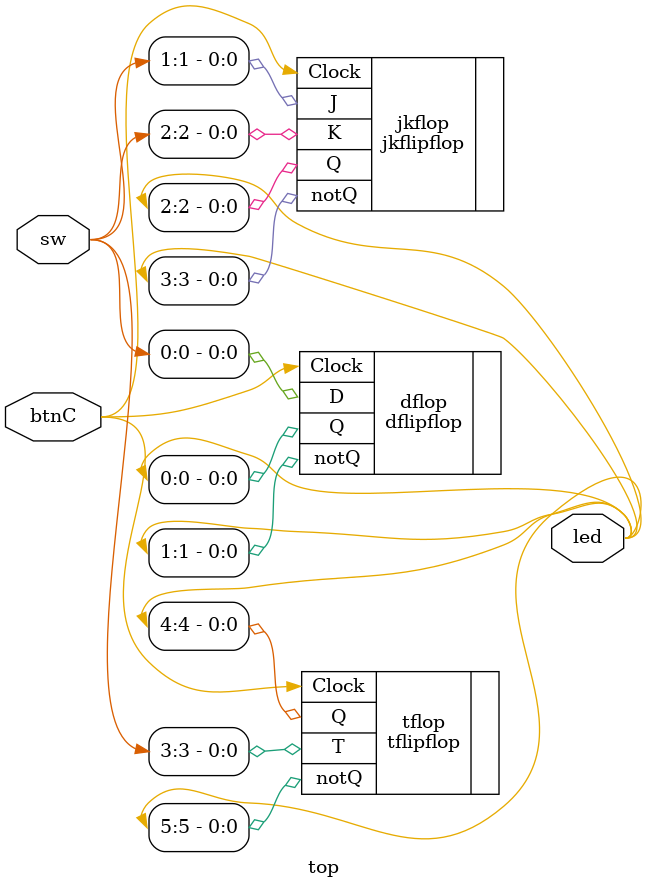
<source format=v>

module top(
    input [3:0]sw,
    input btnC,
    output [5:0]led
    );

    dflipflop dflop(
        .D(sw[0]),
        .Clock(btnC),
        .Q(led[0]),
        .notQ(led[1])
    );    
    
    jkflipflop jkflop(
        .J(sw[1]),
        .K(sw[2]),
        .Clock(btnC),
        .Q(led[2]),
        .notQ(led[3])
    );
    
    tflipflop tflop(
        .T(sw[3]),
        .Clock(btnC),
        .Q(led[4]),
        .notQ(led[5])
    );

endmodule

</source>
